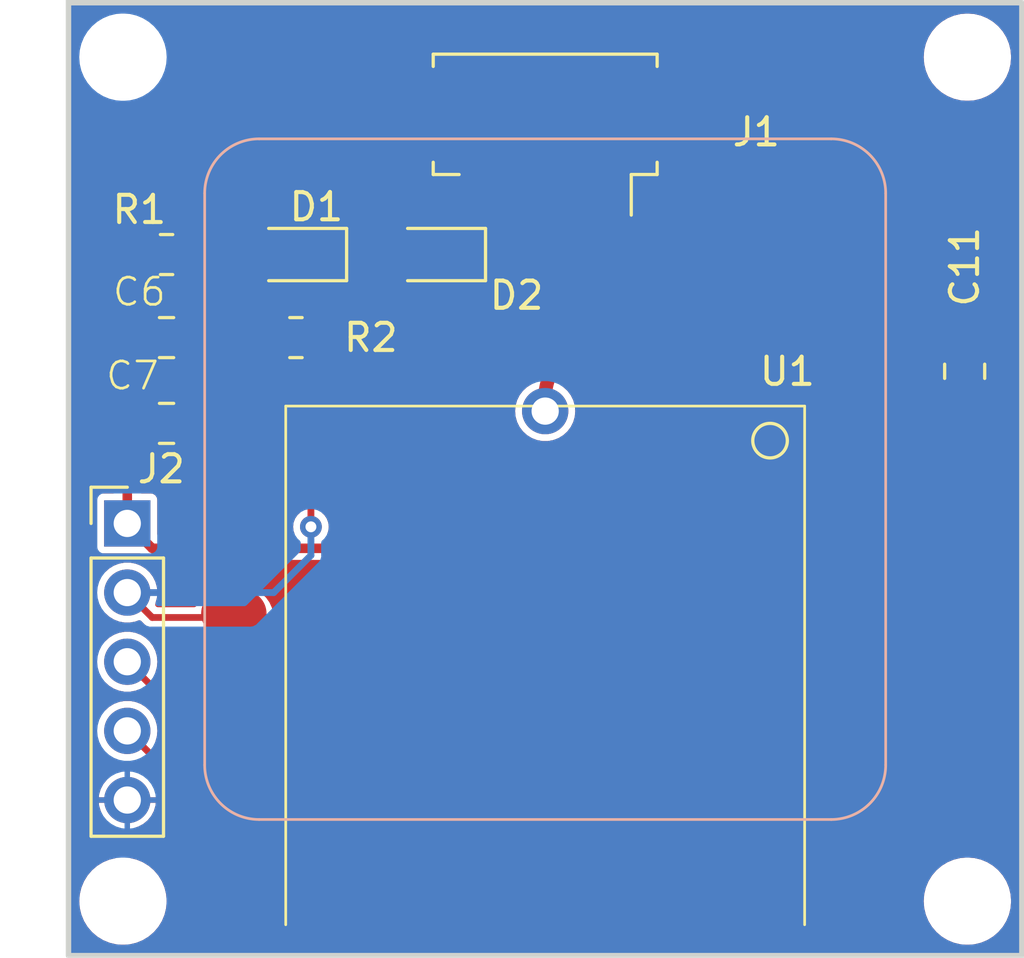
<source format=kicad_pcb>
(kicad_pcb (version 20221018) (generator pcbnew)
  (layers (0 "F.Cu" signal) (31 "B.Cu" signal) (34 "B.Paste" user) (35 "F.Paste" user) (36 "B.SilkS" user "B.Silkscreen") (37 "F.SilkS" user "F.Silkscreen") (38 "B.Mask" user) (39 "F.Mask" user) (44 "Edge.Cuts" user))
  (net 0 "")
  (net 1 "Net-(AE1-FEED)")
  (net 2 "+5V")
  (net 3 "GND")
  (net 4 "Net-(D1-A)")
  (net 5 "Net-(D2-A)")
  (net 6 "/EN")
  (net 7 "/UART_TX")
  (net 8 "/UART_RX")
  (net 9 "Net-(J2-Pin_2)")
  (net 10 "Net-(J2-Pin_3)")
  (net 11 "Net-(J2-Pin_4)")
  (net 12 "Net-(U1-ANT)")
  (footprint "" (layer "F.Cu") (at 107 113)
    (fp_text reference "" (at 0 0) (layer "F.SilkS") (effects (font (size 1.27 1.27))))
    (fp_text value "" (at 0 0) (layer "F.SilkS") (effects (font (size 1.27 1.27))))
    (pad "" np_thru_hole circle (at 0 0) (size 2.7 2.7) (drill 2.7) (layers "F&B.Cu" "*.Mask"))
  )
  (footprint "Capacitor_SMD:C_0805_2012Metric_Pad1.18x1.45mm_HandSolder" (layer "F.Cu") (at 108.6 92.3)
    (fp_text reference "C6" (at -1 -1.68) (layer "F.SilkS") (effects (font (thickness 0.1))))
    (fp_text value "C" hide)
    (fp_line (start -0.261252 -0.735) (end 0.261252 -0.735) (stroke (width 0.12)) (layer "F.SilkS"))
    (fp_line (start -0.261252 0.735) (end 0.261252 0.735) (stroke (width 0.12)) (layer "F.SilkS"))
    (pad "1" smd roundrect (at -1.0375 0) (size 1.175 1.45) (layers "F.Cu" "F.Paste" "F.Mask") (roundrect_rratio 0.212766) (net 2 "+5V"))
    (pad "2" smd roundrect (at 1.0375 0) (size 1.175 1.45) (layers "F.Cu" "F.Paste" "F.Mask") (roundrect_rratio 0.212766) (net 3 "GND"))
  )
  (footprint "Capacitor_SMD:C_0805_2012Metric_Pad1.18x1.45mm_HandSolder" (layer "F.Cu") (at 137.9 93.5375 -90)
    (fp_text reference "C11" (at -3.8375 0 90) (layer "F.SilkS"))
    (fp_text value "C")
    (fp_line (start -0.261252 -0.735) (end 0.261252 -0.735) (stroke (width 0.12)) (layer "F.SilkS"))
    (fp_line (start -0.261252 0.735) (end 0.261252 0.735) (stroke (width 0.12)) (layer "F.SilkS"))
    (pad "1" smd roundrect (at -1.0375 0 270) (size 1.175 1.45) (layers "F.Cu" "F.Paste" "F.Mask") (roundrect_rratio 0.212766) (net 1 "Net-(AE1-FEED)"))
    (pad "2" smd roundrect (at 1.0375 0 270) (size 1.175 1.45) (layers "F.Cu" "F.Paste" "F.Mask") (roundrect_rratio 0.212766) (net 12 "Net-(U1-ANT)"))
  )
  (footprint "Resistor_SMD:R_0805_2012Metric_Pad1.20x1.40mm_HandSolder" (layer "F.Cu") (at 108.6 89.25)
    (fp_text reference "R1" (at -1 -1.65) (layer "F.SilkS"))
    (fp_text value "2.2k" hide)
    (fp_line (start -0.227064 -0.735) (end 0.227064 -0.735) (stroke (width 0.12)) (layer "F.SilkS"))
    (fp_line (start -0.227064 0.735) (end 0.227064 0.735) (stroke (width 0.12)) (layer "F.SilkS"))
    (pad "1" smd roundrect (at -1 0) (size 1.2 1.4) (layers "F.Cu" "F.Paste" "F.Mask") (roundrect_rratio 0.208333) (net 2 "+5V"))
    (pad "2" smd roundrect (at 1 0) (size 1.2 1.4) (layers "F.Cu" "F.Paste" "F.Mask") (roundrect_rratio 0.208333) (net 4 "Net-(D1-A)"))
  )
  (footprint "" (layer "F.Cu") (at 138 113)
    (fp_text reference "" (at 0 0) (layer "F.SilkS") (effects (font (size 1.27 1.27))))
    (fp_text value "" (at 0 0) (layer "F.SilkS") (effects (font (size 1.27 1.27))))
    (pad "" np_thru_hole circle (at 0 0) (size 2.7 2.7) (drill 2.7) (layers "F&B.Cu" "*.Mask"))
  )
  (footprint "" (layer "F.Cu") (at 107 82)
    (fp_text reference "" (at 0 0) (layer "F.SilkS") (effects (font (size 1.27 1.27))))
    (fp_text value "" (at 0 0) (layer "F.SilkS") (effects (font (size 1.27 1.27))))
    (pad "" np_thru_hole circle (at 0 0) (size 2.7 2.7) (drill 2.7) (layers "F&B.Cu" "*.Mask"))
  )
  (footprint "Capacitor_SMD:C_0805_2012Metric_Pad1.18x1.45mm_HandSolder" (layer "F.Cu") (at 108.6 95.45)
    (fp_text reference "C7" (at -1.25 -1.75) (layer "F.SilkS") (effects (font (thickness 0.1))))
    (fp_text value "C" hide)
    (fp_line (start -0.261252 -0.735) (end 0.261252 -0.735) (stroke (width 0.12)) (layer "F.SilkS"))
    (fp_line (start -0.261252 0.735) (end 0.261252 0.735) (stroke (width 0.12)) (layer "F.SilkS"))
    (pad "1" smd roundrect (at -1.0375 0) (size 1.175 1.45) (layers "F.Cu" "F.Paste" "F.Mask") (roundrect_rratio 0.212766) (net 2 "+5V"))
    (pad "2" smd roundrect (at 1.0375 0) (size 1.175 1.45) (layers "F.Cu" "F.Paste" "F.Mask") (roundrect_rratio 0.212766) (net 3 "GND"))
  )
  (footprint "LED_SMD:LED_0805_2012Metric_Pad1.15x1.40mm_HandSolder" (layer "F.Cu") (at 118.45 89.25 180)
    (fp_text reference "D2" (at -3 -1.5) (layer "F.SilkS"))
    (fp_text value "blue")
    (fp_line (start -1.86 -0.96) (end -1.86 0.96) (stroke (width 0.12)) (layer "F.SilkS"))
    (fp_line (start -1.86 0.96) (end 1 0.96) (stroke (width 0.12)) (layer "F.SilkS"))
    (fp_line (start 1 -0.96) (end -1.86 -0.96) (stroke (width 0.12)) (layer "F.SilkS"))
    (pad "1" smd roundrect (at -1.025 0 180) (size 1.15 1.4) (layers "F.Cu" "F.Paste" "F.Mask") (roundrect_rratio 0.217391) (net 3 "GND"))
    (pad "2" smd roundrect (at 1.025 0 180) (size 1.15 1.4) (layers "F.Cu" "F.Paste" "F.Mask") (roundrect_rratio 0.217391) (net 5 "Net-(D2-A)"))
  )
  (footprint "Resistor_SMD:R_0805_2012Metric_Pad1.20x1.40mm_HandSolder" (layer "F.Cu") (at 113.35 92.3)
    (fp_text reference "R2" (at 2.75 0) (layer "F.SilkS"))
    (fp_text value "1.5k" hide)
    (fp_line (start -0.227064 -0.735) (end 0.227064 -0.735) (stroke (width 0.12)) (layer "F.SilkS"))
    (fp_line (start -0.227064 0.735) (end 0.227064 0.735) (stroke (width 0.12)) (layer "F.SilkS"))
    (pad "1" smd roundrect (at -1 0) (size 1.2 1.4) (layers "F.Cu" "F.Paste" "F.Mask") (roundrect_rratio 0.208333) (net 9 "Net-(J2-Pin_2)"))
    (pad "2" smd roundrect (at 1 0) (size 1.2 1.4) (layers "F.Cu" "F.Paste" "F.Mask") (roundrect_rratio 0.208333) (net 5 "Net-(D2-A)"))
  )
  (footprint "Connector_Molex:Molex_PicoBlade_53261-0571_1x05-1MP_P1.25mm_Horizontal" (layer "F.Cu") (at 122.5 84.6 180)
    (fp_text reference "J1" (at -7.75 -0.15) (layer "F.SilkS"))
    (fp_text value "picoblade")
    (fp_line (start -4.11 -1.71) (end -3.16 -1.71) (stroke (width 0.12)) (layer "F.SilkS"))
    (fp_line (start -4.11 -1.26) (end -4.11 -1.71) (stroke (width 0.12)) (layer "F.SilkS"))
    (fp_line (start -4.11 2.26) (end -4.11 2.71) (stroke (width 0.12)) (layer "F.SilkS"))
    (fp_line (start -4.11 2.71) (end 4.11 2.71) (stroke (width 0.12)) (layer "F.SilkS"))
    (fp_line (start -3.16 -1.71) (end -3.16 -3.2) (stroke (width 0.12)) (layer "F.SilkS"))
    (fp_line (start 4.11 -1.71) (end 3.16 -1.71) (stroke (width 0.12)) (layer "F.SilkS"))
    (fp_line (start 4.11 -1.26) (end 4.11 -1.71) (stroke (width 0.12)) (layer "F.SilkS"))
    (fp_line (start 4.11 2.71) (end 4.11 2.26) (stroke (width 0.12)) (layer "F.SilkS"))
    (pad "1" smd roundrect (at -2.5 -2.4 180) (size 0.8 1.6) (layers "F.Cu" "F.Paste" "F.Mask") (net 3 "GND"))
    (pad "2" smd roundrect (at -1.25 -2.4 180) (size 0.8 1.6) (layers "F.Cu" "F.Paste" "F.Mask") (net 6 "/EN"))
    (pad "3" smd roundrect (at 0 -2.4 180) (size 0.8 1.6) (layers "F.Cu" "F.Paste" "F.Mask") (net 7 "/UART_TX"))
    (pad "4" smd roundrect (at 1.25 -2.4 180) (size 0.8 1.6) (layers "F.Cu" "F.Paste" "F.Mask") (net 8 "/UART_RX"))
    (pad "5" smd roundrect (at 2.5 -2.4 180) (size 0.8 1.6) (layers "F.Cu" "F.Paste" "F.Mask") (net 2 "+5V"))
    (pad "MP" smd roundrect (at -5.05 0.5 180) (size 2.1 3) (layers "F.Cu" "F.Paste" "F.Mask") (roundrect_rratio 0.119048) (net 3 "GND"))
    (pad "MP" smd roundrect (at 5.05 0.5 180) (size 2.1 3) (layers "F.Cu" "F.Paste" "F.Mask") (roundrect_rratio 0.119048) (net 3 "GND"))
  )
  (footprint "LED_SMD:LED_0805_2012Metric_Pad1.15x1.40mm_HandSolder" (layer "F.Cu") (at 113.35 89.25 180)
    (fp_text reference "D1" (at -0.75 1.75) (layer "F.SilkS"))
    (fp_text value "red")
    (fp_line (start -1.86 -0.96) (end -1.86 0.96) (stroke (width 0.12)) (layer "F.SilkS"))
    (fp_line (start -1.86 0.96) (end 1 0.96) (stroke (width 0.12)) (layer "F.SilkS"))
    (fp_line (start 1 -0.96) (end -1.86 -0.96) (stroke (width 0.12)) (layer "F.SilkS"))
    (pad "1" smd roundrect (at -1.025 0 180) (size 1.15 1.4) (layers "F.Cu" "F.Paste" "F.Mask") (roundrect_rratio 0.217391) (net 3 "GND"))
    (pad "2" smd roundrect (at 1.025 0 180) (size 1.15 1.4) (layers "F.Cu" "F.Paste" "F.Mask") (roundrect_rratio 0.217391) (net 4 "Net-(D1-A)"))
  )
  (footprint "RFID_NFC_footprints:YRM200" (layer "F.Cu") (at 122.5 97.355)
    (fp_text reference "U1" (at 8.89 -3.81 unlocked) (layer "F.SilkS"))
    (fp_text value "~")
    (fp_line (start -9.525 -2.54) (end 9.525 -2.54) (stroke (width 0.1)) (layer "F.SilkS"))
    (fp_line (start -9.525 16.51) (end -9.525 -2.54) (stroke (width 0.1)) (layer "F.SilkS"))
    (fp_line (start 9.525 -2.54) (end 9.525 16.51) (stroke (width 0.1)) (layer "F.SilkS"))
    (fp_circle (center 8.255 -1.27) (end 8.89 -1.27) (stroke (width 0.12)) (fill none) (layer "F.SilkS"))
    (pad "1" smd oval (at -11.43 0 90) (size 1.7 2.4) (layers "F.Cu" "F.Paste" "F.Mask") (net 3 "GND"))
    (pad "2" smd oval (at -11.43 2.54 90) (size 1.7 2.4) (layers "F.Cu" "F.Paste" "F.Mask") (net 2 "+5V"))
    (pad "3" smd oval (at -11.43 5.08 90) (size 1.7 2.4) (layers "F.Cu" "F.Paste" "F.Mask") (net 9 "Net-(J2-Pin_2)"))
    (pad "4" smd oval (at -11.43 7.62 90) (size 1.7 2.4) (layers "F.Cu" "F.Paste" "F.Mask") (net 10 "Net-(J2-Pin_3)"))
    (pad "5" smd oval (at -11.43 10.16 90) (size 1.7 2.4) (layers "F.Cu" "F.Paste" "F.Mask") (net 11 "Net-(J2-Pin_4)"))
    (pad "6" smd oval (at -11.43 12.7 90) (size 1.7 2.4) (layers "F.Cu" "F.Paste" "F.Mask") (net 7 "/UART_TX"))
    (pad "7" smd oval (at -11.43 15.24 90) (size 1.7 2.4) (layers "F.Cu" "F.Paste" "F.Mask") (net 8 "/UART_RX"))
    (pad "8" smd oval (at 11.43 15.24 90) (size 1.7 2.4) (layers "F.Cu" "F.Paste" "F.Mask") (net 3 "GND"))
    (pad "9" smd oval (at 11.43 12.7 90) (size 1.7 2.4) (layers "F.Cu" "F.Paste" "F.Mask") (net 12 "Net-(U1-ANT)"))
    (pad "10" smd oval (at 11.43 10.16 90) (size 1.7 2.4) (layers "F.Cu" "F.Paste" "F.Mask") (net 3 "GND"))
    (pad "11" smd oval (at 11.43 7.62 90) (size 1.7 2.4) (layers "F.Cu" "F.Paste" "F.Mask"))
    (pad "12" smd oval (at 11.43 5.08 90) (size 1.7 2.4) (layers "F.Cu" "F.Paste" "F.Mask") (net 2 "+5V"))
    (pad "13" smd oval (at 11.43 2.54 90) (size 1.7 2.4) (layers "F.Cu" "F.Paste" "F.Mask") (net 2 "+5V"))
    (pad "14" smd oval (at 11.43 0 90) (size 1.7 2.4) (layers "F.Cu" "F.Paste" "F.Mask") (net 3 "GND"))
  )
  (footprint "Connector_PinHeader_2.54mm:PinHeader_1x05_P2.54mm_Vertical" (layer "F.Cu") (at 107.1584 99.1256)
    (fp_text reference "J2" (at 1.25 -2) (layer "F.SilkS"))
    (fp_text value "Conn_01x05")
    (fp_line (start -1.33 -1.33) (end 0 -1.33) (stroke (width 0.12)) (layer "F.SilkS"))
    (fp_line (start -1.33 0) (end -1.33 -1.33) (stroke (width 0.12)) (layer "F.SilkS"))
    (fp_line (start -1.33 1.27) (end -1.33 11.49) (stroke (width 0.12)) (layer "F.SilkS"))
    (fp_line (start -1.33 1.27) (end 1.33 1.27) (stroke (width 0.12)) (layer "F.SilkS"))
    (fp_line (start -1.33 11.49) (end 1.33 11.49) (stroke (width 0.12)) (layer "F.SilkS"))
    (fp_line (start 1.33 1.27) (end 1.33 11.49) (stroke (width 0.12)) (layer "F.SilkS"))
    (pad "1" thru_hole rect (at 0 0) (size 1.7 1.7) (drill 1) (layers "*.Cu" "*.Mask") (net 2 "+5V"))
    (pad "2" thru_hole oval (at 0 2.54) (size 1.7 1.7) (drill 1) (layers "*.Cu" "*.Mask") (net 9 "Net-(J2-Pin_2)"))
    (pad "3" thru_hole oval (at 0 5.08) (size 1.7 1.7) (drill 1) (layers "*.Cu" "*.Mask") (net 10 "Net-(J2-Pin_3)"))
    (pad "4" thru_hole oval (at 0 7.62) (size 1.7 1.7) (drill 1) (layers "*.Cu" "*.Mask") (net 11 "Net-(J2-Pin_4)"))
    (pad "5" thru_hole oval (at 0 10.16) (size 1.7 1.7) (drill 1) (layers "*.Cu" "*.Mask") (net 3 "GND"))
  )
  (footprint "" (layer "F.Cu") (at 138 82)
    (fp_text reference "" (at 0 0) (layer "F.SilkS") (effects (font (size 1.27 1.27))))
    (fp_text value "" (at 0 0) (layer "F.SilkS") (effects (font (size 1.27 1.27))))
    (pad "" np_thru_hole circle (at 0 0) (size 2.7 2.7) (drill 2.7) (layers "F&B.Cu" "*.Mask"))
  )
  (footprint "RFID_NFC_footprints:UHF_RFID_25x25_antenna" (layer "B.Cu") (at 122.5 95 180)
    (fp_text reference "AE1" hide)
    (fp_text value "Antenna_Chip")
    (fp_line (start -12.5 -13) (end -12.5 8) (stroke (width 0.1)) (layer "B.SilkS"))
    (fp_line (start -10.5 10) (end 10.5 10) (stroke (width 0.1)) (layer "B.SilkS"))
    (fp_line (start 10.5 -15) (end -10.5 -15) (stroke (width 0.1)) (layer "B.SilkS"))
    (fp_line (start 12.5 8) (end 12.5 -13) (stroke (width 0.1)) (layer "B.SilkS"))
    (fp_arc (start -12.5 -13) (mid -11.914214 -14.414214) (end -10.5 -15) (stroke (width 0.1)) (layer "B.SilkS"))
    (fp_arc (start -10.5 10) (mid -11.914214 9.414214) (end -12.5 8) (stroke (width 0.1)) (layer "B.SilkS"))
    (fp_arc (start 10.5 -15) (mid 11.914214 -14.414214) (end 12.5 -13) (stroke (width 0.1)) (layer "B.SilkS"))
    (fp_arc (start 12.5 8) (mid 11.914214 9.414214) (end 10.5 10) (stroke (width 0.1)) (layer "B.SilkS"))
    (pad "1" thru_hole circle (at 0 0 180) (size 1.7 1.7) (drill 1) (layers "*.Cu" "*.Mask") (net 1 "Net-(AE1-FEED)"))
  )
  (gr_rect (start 105 80) (end 140 115) (stroke (width 0.2)) (fill none) (layer "Edge.Cuts"))
  (segment (start 122.5 95) (end 122.5 94.5) (width 0.5) (layer "F.Cu") (net 1))
  (segment (start 124.5 92.5) (end 137.9 92.5) (width 0.5) (layer "F.Cu") (net 1))
  (arc (start 122.5 94.5) (mid 123.085786 93.085786) (end 124.5 92.5) (width 0.5) (layer "F.Cu") (net 1))
  (segment (start 107.1584 99.1256) (end 108.0728 100.04) (width 0.35) (layer "F.Cu") (net 2))
  (segment (start 108.0728 100.04) (end 133.93 100.04) (width 0.35) (layer "F.Cu") (net 2))
  (segment (start 108.25 86.9) (end 120 86.9) (width 0.35) (layer "F.Cu") (net 2))
  (segment (start 107.1584 99.1256) (end 107.1584 87.9916) (width 0.35) (layer "F.Cu") (net 2))
  (segment (start 133.93 100.04) (end 133.93 102.58) (width 0.35) (layer "F.Cu") (net 2))
  (segment (start 107.1584 87.9916) (end 108.25 86.9) (width 0.35) (layer "F.Cu") (net 2))
  (segment (start 109.6 89.25) (end 112.325 89.25) (width 0.25) (layer "F.Cu") (net 4))
  (segment (start 116.5 92.3) (end 117.45 91.35) (width 0.25) (layer "F.Cu") (net 5))
  (segment (start 114.35 92.3) (end 116.5 92.3) (width 0.25) (layer "F.Cu") (net 5))
  (segment (start 117.45 91.35) (end 117.45 89.275) (width 0.25) (layer "F.Cu") (net 5))
  (segment (start 122.5 86.9) (end 122.5 81.5) (width 0.25) (layer "F.Cu") (net 7))
  (segment (start 109.15 110.85) (end 109.8 110.2) (width 0.25) (layer "F.Cu") (net 7))
  (segment (start 121.5 80.5) (end 114.863604 80.5) (width 0.25) (layer "F.Cu") (net 7))
  (segment (start 107.063604 85.05) (end 105.35 86.763604) (width 0.25) (layer "F.Cu") (net 7))
  (segment (start 105.35 109.671701) (end 106.528299 110.85) (width 0.25) (layer "F.Cu") (net 7))
  (segment (start 122.5 81.5) (end 121.5 80.5) (width 0.25) (layer "F.Cu") (net 7))
  (segment (start 109.8 110.2) (end 111.07 110.2) (width 0.25) (layer "F.Cu") (net 7))
  (segment (start 113.3 85.05) (end 107.063604 85.05) (width 0.25) (layer "F.Cu") (net 7))
  (segment (start 114.863604 80.5) (end 114.05 81.313604) (width 0.25) (layer "F.Cu") (net 7))
  (segment (start 106.528299 110.85) (end 109.15 110.85) (width 0.25) (layer "F.Cu") (net 7))
  (segment (start 105.35 86.763604) (end 105.35 109.671701) (width 0.25) (layer "F.Cu") (net 7))
  (segment (start 114.05 81.313604) (end 114.05 84.3) (width 0.25) (layer "F.Cu") (net 7))
  (segment (start 114.05 84.3) (end 113.3 85.05) (width 0.25) (layer "F.Cu") (net 7))
  (segment (start 107.25 85.5) (end 105.8 86.95) (width 0.25) (layer "F.Cu") (net 8))
  (segment (start 108.6 108.85) (end 112.45 108.85) (width 0.25) (layer "F.Cu") (net 8))
  (segment (start 113.05 109.45) (end 113.05 111.2) (width 0.25) (layer "F.Cu") (net 8))
  (segment (start 113.05 111.2) (end 111.51 112.74) (width 0.25) (layer "F.Cu") (net 8))
  (segment (start 105.8 107.581701) (end 106.218299 108) (width 0.25) (layer "F.Cu") (net 8))
  (segment (start 112.45 108.85) (end 113.05 109.45) (width 0.25) (layer "F.Cu") (net 8))
  (segment (start 115 81) (end 114.5 81.5) (width 0.25) (layer "F.Cu") (net 8))
  (segment (start 106.218299 108) (end 107.75 108) (width 0.25) (layer "F.Cu") (net 8))
  (segment (start 121.25 86.9) (end 121.25 81.5) (width 0.25) (layer "F.Cu") (net 8))
  (segment (start 113.75 85.5) (end 107.25 85.5) (width 0.25) (layer "F.Cu") (net 8))
  (segment (start 107.75 108) (end 108.6 108.85) (width 0.25) (layer "F.Cu") (net 8))
  (segment (start 105.8 86.95) (end 105.8 107.581701) (width 0.25) (layer "F.Cu") (net 8))
  (segment (start 121.25 81.5) (end 120.75 81) (width 0.25) (layer "F.Cu") (net 8))
  (segment (start 111.51 112.74) (end 111.07 112.74) (width 0.25) (layer "F.Cu") (net 8))
  (segment (start 114.5 81.5) (end 114.5 84.75) (width 0.25) (layer "F.Cu") (net 8))
  (segment (start 120.75 81) (end 115 81) (width 0.25) (layer "F.Cu") (net 8))
  (segment (start 114.5 84.75) (end 113.75 85.5) (width 0.25) (layer "F.Cu") (net 8))
  (segment (start 112.35 93.8) (end 112.35 92.3) (width 0.25) (layer "F.Cu") (net 9))
  (segment (start 108.0728 102.58) (end 111.07 102.58) (width 0.25) (layer "F.Cu") (net 9))
  (segment (start 113.9 95.35) (end 112.35 93.8) (width 0.25) (layer "F.Cu") (net 9))
  (segment (start 107.1584 101.6656) (end 108.0728 102.58) (width 0.25) (layer "F.Cu") (net 9))
  (segment (start 113.9 99.25) (end 113.9 95.35) (width 0.25) (layer "F.Cu") (net 9))
  (via (at 113.9 99.25) (size 0.8) (drill 0.4) (layers "F.Cu" "B.Cu") (net 9))
  (segment (start 113.9 100.3) (end 112.5344 101.6656) (width 0.25) (layer "B.Cu") (net 9))
  (segment (start 112.5344 101.6656) (end 107.1584 101.6656) (width 0.25) (layer "B.Cu") (net 9))
  (segment (start 113.9 99.25) (end 113.9 100.3) (width 0.25) (layer "B.Cu") (net 9))
  (segment (start 107.1584 104.2056) (end 108.0728 105.12) (width 0.25) (layer "F.Cu") (net 10))
  (segment (start 108.0728 105.12) (end 111.07 105.12) (width 0.25) (layer "F.Cu") (net 10))
  (segment (start 111.07 107.66) (end 108.0728 107.66) (width 0.25) (layer "F.Cu") (net 11))
  (segment (start 108.0728 107.66) (end 107.1584 106.7456) (width 0.25) (layer "F.Cu") (net 11))
  (segment (start 134 110.2) (end 135.9 110.2) (width 0.5) (layer "F.Cu") (net 12))
  (segment (start 137.9 108.2) (end 137.9 94.575) (width 0.5) (layer "F.Cu") (net 12))
  (arc (start 135.9 110.2) (mid 137.314214 109.614214) (end 137.9 108.2) (width 0.5) (layer "F.Cu") (net 12))
  (zone (net 3) (net_name "GND") (layers "F&B.Cu") (connect_pads (clearance 0.25)) (min_thickness 0.2) (fill yes (thermal_gap 0.2) (thermal_bridge_width 0.2))
    (polygon (pts (xy 105 80) (xy 140 80) (xy 140 115) (xy 105 115)))
  )
)
</source>
